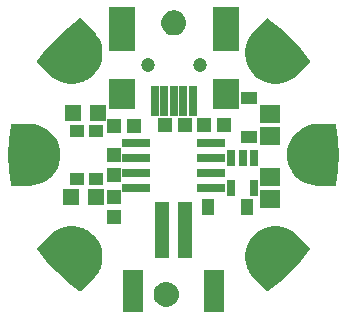
<source format=gbr>
G04 EAGLE Gerber RS-274X export*
G75*
%MOMM*%
%FSLAX34Y34*%
%LPD*%
%INSoldermask Top*%
%IPPOS*%
%AMOC8*
5,1,8,0,0,1.08239X$1,22.5*%
G01*
%ADD10R,1.303200X1.203200*%
%ADD11R,1.203200X1.303200*%
%ADD12R,0.753200X1.403200*%
%ADD13R,1.703200X1.503200*%
%ADD14C,2.743200*%
%ADD15R,2.403200X0.703200*%
%ADD16R,1.203200X1.103200*%
%ADD17R,1.403200X1.403200*%
%ADD18R,1.423200X1.113200*%
%ADD19R,1.113200X1.423200*%
%ADD20R,1.203200X4.803200*%
%ADD21R,1.803200X3.603200*%
%ADD22R,2.203200X2.603200*%
%ADD23R,0.703200X2.511200*%
%ADD24R,2.203200X3.703200*%
%ADD25C,1.203200*%

G36*
X-121900Y-26031D02*
X-121900Y-26031D01*
X-121875Y-26033D01*
X-118260Y-25774D01*
X-118223Y-25765D01*
X-118170Y-25761D01*
X-114629Y-24991D01*
X-114594Y-24976D01*
X-114542Y-24965D01*
X-111147Y-23699D01*
X-111114Y-23679D01*
X-111065Y-23661D01*
X-107884Y-21925D01*
X-107854Y-21901D01*
X-107808Y-21876D01*
X-104906Y-19704D01*
X-104880Y-19676D01*
X-104838Y-19645D01*
X-102276Y-17082D01*
X-102254Y-17051D01*
X-102216Y-17014D01*
X-100044Y-14112D01*
X-100027Y-14078D01*
X-99996Y-14036D01*
X-98259Y-10856D01*
X-98247Y-10819D01*
X-98221Y-10773D01*
X-96955Y-7378D01*
X-96948Y-7340D01*
X-96929Y-7291D01*
X-96159Y-3750D01*
X-96157Y-3712D01*
X-96146Y-3660D01*
X-95887Y-45D01*
X-95891Y-7D01*
X-95887Y45D01*
X-96146Y3660D01*
X-96155Y3697D01*
X-96159Y3750D01*
X-96929Y7291D01*
X-96944Y7326D01*
X-96955Y7378D01*
X-98221Y10773D01*
X-98241Y10806D01*
X-98259Y10856D01*
X-99996Y14036D01*
X-100019Y14066D01*
X-100044Y14112D01*
X-102216Y17014D01*
X-102244Y17040D01*
X-102276Y17082D01*
X-104838Y19645D01*
X-104869Y19666D01*
X-104906Y19704D01*
X-107808Y21876D01*
X-107842Y21893D01*
X-107884Y21925D01*
X-111065Y23661D01*
X-111101Y23673D01*
X-111147Y23699D01*
X-114542Y24965D01*
X-114580Y24972D01*
X-114629Y24991D01*
X-118170Y25761D01*
X-118208Y25763D01*
X-118260Y25774D01*
X-121875Y26033D01*
X-121895Y26031D01*
X-121920Y26034D01*
X-137160Y26034D01*
X-137184Y26030D01*
X-137208Y26032D01*
X-137294Y26010D01*
X-137381Y25995D01*
X-137402Y25982D01*
X-137426Y25976D01*
X-137498Y25925D01*
X-137574Y25880D01*
X-137589Y25862D01*
X-137610Y25847D01*
X-137660Y25775D01*
X-137715Y25706D01*
X-137723Y25683D01*
X-137737Y25663D01*
X-137777Y25525D01*
X-137787Y25494D01*
X-137787Y25489D01*
X-137789Y25483D01*
X-139454Y12831D01*
X-139453Y12807D01*
X-139459Y12776D01*
X-140016Y28D01*
X-140013Y3D01*
X-140016Y-28D01*
X-139459Y-12776D01*
X-139454Y-12800D01*
X-139454Y-12831D01*
X-137789Y-25483D01*
X-137781Y-25506D01*
X-137781Y-25531D01*
X-137748Y-25612D01*
X-137721Y-25697D01*
X-137706Y-25716D01*
X-137696Y-25738D01*
X-137637Y-25804D01*
X-137582Y-25873D01*
X-137562Y-25886D01*
X-137545Y-25904D01*
X-137466Y-25944D01*
X-137391Y-25991D01*
X-137367Y-25995D01*
X-137345Y-26007D01*
X-137203Y-26028D01*
X-137171Y-26034D01*
X-137166Y-26033D01*
X-137160Y-26034D01*
X-121920Y-26034D01*
X-121900Y-26031D01*
G37*
G36*
X137184Y-26030D02*
X137184Y-26030D01*
X137208Y-26032D01*
X137294Y-26010D01*
X137381Y-25995D01*
X137402Y-25982D01*
X137426Y-25976D01*
X137498Y-25925D01*
X137574Y-25880D01*
X137589Y-25862D01*
X137610Y-25847D01*
X137660Y-25775D01*
X137715Y-25706D01*
X137723Y-25683D01*
X137737Y-25663D01*
X137777Y-25525D01*
X137787Y-25494D01*
X137787Y-25489D01*
X137789Y-25483D01*
X139454Y-12831D01*
X139453Y-12811D01*
X139454Y-12809D01*
X139454Y-12803D01*
X139459Y-12776D01*
X140016Y-28D01*
X140013Y-3D01*
X140016Y28D01*
X139459Y12776D01*
X139454Y12800D01*
X139454Y12831D01*
X137789Y25483D01*
X137781Y25506D01*
X137781Y25531D01*
X137748Y25612D01*
X137721Y25697D01*
X137706Y25716D01*
X137696Y25738D01*
X137637Y25804D01*
X137582Y25873D01*
X137562Y25886D01*
X137545Y25904D01*
X137466Y25944D01*
X137391Y25991D01*
X137367Y25995D01*
X137345Y26007D01*
X137203Y26028D01*
X137171Y26034D01*
X137166Y26033D01*
X137160Y26034D01*
X121920Y26034D01*
X121900Y26031D01*
X121875Y26033D01*
X118260Y25774D01*
X118223Y25765D01*
X118170Y25761D01*
X114629Y24991D01*
X114594Y24976D01*
X114542Y24965D01*
X112039Y24032D01*
X111147Y23699D01*
X111114Y23679D01*
X111065Y23661D01*
X107884Y21925D01*
X107854Y21901D01*
X107808Y21876D01*
X104906Y19704D01*
X104880Y19676D01*
X104838Y19645D01*
X102276Y17082D01*
X102254Y17051D01*
X102216Y17014D01*
X100044Y14112D01*
X100027Y14078D01*
X99996Y14036D01*
X98259Y10856D01*
X98247Y10819D01*
X98221Y10773D01*
X96955Y7378D01*
X96948Y7340D01*
X96929Y7291D01*
X96159Y3750D01*
X96157Y3712D01*
X96146Y3660D01*
X95887Y45D01*
X95891Y7D01*
X95887Y-45D01*
X96146Y-3660D01*
X96155Y-3697D01*
X96159Y-3750D01*
X96929Y-7291D01*
X96944Y-7326D01*
X96955Y-7378D01*
X98221Y-10773D01*
X98241Y-10806D01*
X98259Y-10856D01*
X99996Y-14036D01*
X100019Y-14066D01*
X100044Y-14112D01*
X102216Y-17014D01*
X102244Y-17040D01*
X102276Y-17082D01*
X104838Y-19645D01*
X104869Y-19666D01*
X104906Y-19704D01*
X107808Y-21876D01*
X107842Y-21893D01*
X107884Y-21925D01*
X111065Y-23661D01*
X111101Y-23673D01*
X111147Y-23699D01*
X114542Y-24965D01*
X114580Y-24972D01*
X114629Y-24991D01*
X118170Y-25761D01*
X118208Y-25763D01*
X118260Y-25774D01*
X121875Y-26033D01*
X121895Y-26031D01*
X121920Y-26034D01*
X137160Y-26034D01*
X137184Y-26030D01*
G37*
G36*
X-84447Y60333D02*
X-84447Y60333D01*
X-84394Y60333D01*
X-80807Y60849D01*
X-80771Y60861D01*
X-80718Y60868D01*
X-77241Y61889D01*
X-77207Y61906D01*
X-77156Y61921D01*
X-73860Y63426D01*
X-73828Y63448D01*
X-73780Y63470D01*
X-70732Y65429D01*
X-70704Y65455D01*
X-70659Y65483D01*
X-67920Y67856D01*
X-67896Y67886D01*
X-67856Y67920D01*
X-65483Y70659D01*
X-65464Y70692D01*
X-65429Y70732D01*
X-63470Y73780D01*
X-63455Y73816D01*
X-63426Y73860D01*
X-61921Y77156D01*
X-61911Y77193D01*
X-61889Y77241D01*
X-60868Y80718D01*
X-60864Y80756D01*
X-60849Y80807D01*
X-60333Y84394D01*
X-60334Y84432D01*
X-60327Y84484D01*
X-60327Y88108D01*
X-60333Y88146D01*
X-60333Y88198D01*
X-60849Y91786D01*
X-60861Y91822D01*
X-60868Y91874D01*
X-61889Y95351D01*
X-61906Y95385D01*
X-61921Y95436D01*
X-63426Y98733D01*
X-63448Y98764D01*
X-63470Y98812D01*
X-65429Y101861D01*
X-65455Y101889D01*
X-65456Y101891D01*
X-65457Y101892D01*
X-65483Y101933D01*
X-67856Y104672D01*
X-67872Y104685D01*
X-67887Y104705D01*
X-78664Y115481D01*
X-78684Y115495D01*
X-78699Y115514D01*
X-78775Y115559D01*
X-78848Y115610D01*
X-78871Y115616D01*
X-78892Y115628D01*
X-78980Y115643D01*
X-79065Y115665D01*
X-79089Y115663D01*
X-79113Y115667D01*
X-79200Y115651D01*
X-79288Y115642D01*
X-79310Y115631D01*
X-79334Y115627D01*
X-79460Y115557D01*
X-79489Y115543D01*
X-79493Y115539D01*
X-79498Y115536D01*
X-89622Y107768D01*
X-89637Y107752D01*
X-89654Y107742D01*
X-89657Y107737D01*
X-89664Y107732D01*
X-99072Y99111D01*
X-99087Y99092D01*
X-99111Y99072D01*
X-107732Y89664D01*
X-107746Y89643D01*
X-107768Y89622D01*
X-115536Y79498D01*
X-115547Y79476D01*
X-115564Y79459D01*
X-115599Y79377D01*
X-115639Y79299D01*
X-115642Y79274D01*
X-115652Y79252D01*
X-115656Y79164D01*
X-115666Y79076D01*
X-115661Y79052D01*
X-115662Y79028D01*
X-115635Y78944D01*
X-115614Y78858D01*
X-115600Y78837D01*
X-115593Y78814D01*
X-115507Y78699D01*
X-115489Y78671D01*
X-115485Y78668D01*
X-115481Y78664D01*
X-104705Y67887D01*
X-104689Y67876D01*
X-104672Y67856D01*
X-101933Y65483D01*
X-101900Y65464D01*
X-101861Y65429D01*
X-98812Y63470D01*
X-98777Y63455D01*
X-98733Y63426D01*
X-95436Y61921D01*
X-95399Y61911D01*
X-95351Y61889D01*
X-91874Y60868D01*
X-91836Y60864D01*
X-91786Y60849D01*
X-88198Y60333D01*
X-88160Y60334D01*
X-88108Y60327D01*
X-84484Y60327D01*
X-84447Y60333D01*
G37*
G36*
X79200Y-115651D02*
X79200Y-115651D01*
X79288Y-115642D01*
X79310Y-115631D01*
X79334Y-115627D01*
X79460Y-115557D01*
X79489Y-115543D01*
X79493Y-115539D01*
X79498Y-115536D01*
X89622Y-107768D01*
X89638Y-107750D01*
X89664Y-107732D01*
X99072Y-99111D01*
X99087Y-99092D01*
X99111Y-99072D01*
X107732Y-89664D01*
X107746Y-89643D01*
X107768Y-89622D01*
X115536Y-79498D01*
X115547Y-79476D01*
X115564Y-79459D01*
X115599Y-79377D01*
X115639Y-79299D01*
X115642Y-79274D01*
X115652Y-79252D01*
X115656Y-79164D01*
X115666Y-79076D01*
X115661Y-79052D01*
X115662Y-79028D01*
X115635Y-78944D01*
X115614Y-78858D01*
X115600Y-78837D01*
X115593Y-78814D01*
X115507Y-78699D01*
X115489Y-78671D01*
X115485Y-78668D01*
X115481Y-78664D01*
X104705Y-67887D01*
X104689Y-67876D01*
X104672Y-67856D01*
X101933Y-65483D01*
X101900Y-65464D01*
X101861Y-65429D01*
X98812Y-63470D01*
X98777Y-63455D01*
X98733Y-63426D01*
X95436Y-61921D01*
X95399Y-61911D01*
X95351Y-61889D01*
X91874Y-60868D01*
X91836Y-60864D01*
X91786Y-60849D01*
X88198Y-60333D01*
X88160Y-60334D01*
X88108Y-60327D01*
X84484Y-60327D01*
X84447Y-60333D01*
X84394Y-60333D01*
X80807Y-60849D01*
X80771Y-60861D01*
X80718Y-60868D01*
X77241Y-61889D01*
X77207Y-61906D01*
X77156Y-61921D01*
X73860Y-63426D01*
X73828Y-63448D01*
X73780Y-63470D01*
X70732Y-65429D01*
X70704Y-65455D01*
X70659Y-65483D01*
X67920Y-67856D01*
X67896Y-67886D01*
X67856Y-67920D01*
X65483Y-70659D01*
X65464Y-70692D01*
X65429Y-70732D01*
X63470Y-73780D01*
X63455Y-73816D01*
X63426Y-73860D01*
X61921Y-77156D01*
X61911Y-77193D01*
X61889Y-77241D01*
X60868Y-80718D01*
X60864Y-80756D01*
X60849Y-80807D01*
X60333Y-84394D01*
X60334Y-84432D01*
X60327Y-84484D01*
X60327Y-88108D01*
X60333Y-88146D01*
X60333Y-88198D01*
X60849Y-91786D01*
X60861Y-91822D01*
X60868Y-91874D01*
X61889Y-95351D01*
X61906Y-95385D01*
X61921Y-95436D01*
X63426Y-98733D01*
X63448Y-98764D01*
X63470Y-98812D01*
X65429Y-101861D01*
X65455Y-101889D01*
X65483Y-101933D01*
X67856Y-104672D01*
X67872Y-104685D01*
X67887Y-104705D01*
X78664Y-115481D01*
X78684Y-115495D01*
X78699Y-115514D01*
X78775Y-115559D01*
X78848Y-115610D01*
X78871Y-115616D01*
X78892Y-115628D01*
X78980Y-115643D01*
X79065Y-115665D01*
X79089Y-115663D01*
X79113Y-115667D01*
X79200Y-115651D01*
G37*
G36*
X88146Y60333D02*
X88146Y60333D01*
X88198Y60333D01*
X91786Y60849D01*
X91822Y60861D01*
X91874Y60868D01*
X95351Y61889D01*
X95385Y61906D01*
X95436Y61921D01*
X98733Y63426D01*
X98764Y63448D01*
X98812Y63470D01*
X101861Y65429D01*
X101889Y65455D01*
X101933Y65483D01*
X104672Y67856D01*
X104685Y67872D01*
X104705Y67887D01*
X115481Y78664D01*
X115495Y78684D01*
X115514Y78699D01*
X115559Y78775D01*
X115610Y78848D01*
X115616Y78871D01*
X115628Y78892D01*
X115643Y78980D01*
X115665Y79065D01*
X115663Y79089D01*
X115667Y79113D01*
X115651Y79200D01*
X115642Y79288D01*
X115631Y79310D01*
X115627Y79334D01*
X115557Y79460D01*
X115543Y79489D01*
X115539Y79493D01*
X115536Y79498D01*
X107768Y89622D01*
X107750Y89638D01*
X107732Y89664D01*
X99111Y99072D01*
X99092Y99087D01*
X99072Y99111D01*
X89664Y107732D01*
X89643Y107746D01*
X89628Y107762D01*
X89625Y107765D01*
X89624Y107765D01*
X89622Y107768D01*
X88799Y108399D01*
X88799Y108400D01*
X87972Y109034D01*
X87146Y109668D01*
X86319Y110302D01*
X85493Y110936D01*
X84666Y111571D01*
X83840Y112205D01*
X83839Y112205D01*
X83013Y112839D01*
X82186Y113473D01*
X81360Y114108D01*
X80533Y114742D01*
X79707Y115376D01*
X79498Y115536D01*
X79476Y115547D01*
X79459Y115564D01*
X79377Y115599D01*
X79299Y115639D01*
X79274Y115642D01*
X79252Y115652D01*
X79164Y115656D01*
X79076Y115666D01*
X79052Y115661D01*
X79028Y115662D01*
X78944Y115635D01*
X78858Y115614D01*
X78837Y115600D01*
X78814Y115593D01*
X78699Y115507D01*
X78671Y115489D01*
X78668Y115485D01*
X78664Y115481D01*
X67887Y104705D01*
X67876Y104689D01*
X67856Y104672D01*
X65483Y101933D01*
X65464Y101900D01*
X65429Y101861D01*
X63470Y98812D01*
X63455Y98777D01*
X63426Y98733D01*
X61921Y95436D01*
X61911Y95399D01*
X61889Y95351D01*
X60868Y91874D01*
X60864Y91836D01*
X60849Y91786D01*
X60333Y88198D01*
X60334Y88160D01*
X60327Y88108D01*
X60327Y84484D01*
X60333Y84447D01*
X60333Y84394D01*
X60849Y80807D01*
X60861Y80771D01*
X60868Y80718D01*
X61889Y77241D01*
X61906Y77207D01*
X61921Y77156D01*
X63426Y73860D01*
X63448Y73828D01*
X63470Y73780D01*
X65429Y70732D01*
X65455Y70704D01*
X65483Y70659D01*
X67856Y67920D01*
X67886Y67896D01*
X67920Y67856D01*
X70659Y65483D01*
X70692Y65464D01*
X70732Y65429D01*
X73780Y63470D01*
X73816Y63455D01*
X73860Y63426D01*
X77156Y61921D01*
X77193Y61911D01*
X77241Y61889D01*
X80718Y60868D01*
X80756Y60864D01*
X80807Y60849D01*
X84394Y60333D01*
X84432Y60334D01*
X84484Y60327D01*
X88108Y60327D01*
X88146Y60333D01*
G37*
G36*
X-79052Y-115661D02*
X-79052Y-115661D01*
X-79028Y-115662D01*
X-78944Y-115635D01*
X-78858Y-115614D01*
X-78837Y-115600D01*
X-78814Y-115593D01*
X-78699Y-115507D01*
X-78671Y-115489D01*
X-78668Y-115485D01*
X-78664Y-115481D01*
X-67887Y-104705D01*
X-67876Y-104689D01*
X-67856Y-104672D01*
X-65483Y-101933D01*
X-65464Y-101900D01*
X-65429Y-101861D01*
X-63470Y-98812D01*
X-63455Y-98777D01*
X-63426Y-98733D01*
X-61921Y-95436D01*
X-61911Y-95399D01*
X-61889Y-95351D01*
X-60868Y-91874D01*
X-60864Y-91836D01*
X-60849Y-91786D01*
X-60333Y-88198D01*
X-60334Y-88160D01*
X-60327Y-88108D01*
X-60327Y-84484D01*
X-60333Y-84447D01*
X-60333Y-84394D01*
X-60849Y-80807D01*
X-60861Y-80771D01*
X-60868Y-80718D01*
X-61889Y-77241D01*
X-61906Y-77207D01*
X-61921Y-77156D01*
X-63426Y-73860D01*
X-63448Y-73828D01*
X-63470Y-73780D01*
X-65429Y-70732D01*
X-65455Y-70704D01*
X-65483Y-70659D01*
X-67856Y-67920D01*
X-67886Y-67896D01*
X-67920Y-67856D01*
X-70659Y-65483D01*
X-70692Y-65464D01*
X-70732Y-65429D01*
X-73780Y-63470D01*
X-73816Y-63455D01*
X-73860Y-63426D01*
X-77156Y-61921D01*
X-77193Y-61911D01*
X-77241Y-61889D01*
X-80718Y-60868D01*
X-80756Y-60864D01*
X-80807Y-60849D01*
X-84394Y-60333D01*
X-84432Y-60334D01*
X-84484Y-60327D01*
X-88108Y-60327D01*
X-88146Y-60333D01*
X-88198Y-60333D01*
X-91786Y-60849D01*
X-91822Y-60861D01*
X-91874Y-60868D01*
X-95351Y-61889D01*
X-95385Y-61906D01*
X-95436Y-61921D01*
X-98733Y-63426D01*
X-98764Y-63448D01*
X-98812Y-63470D01*
X-101861Y-65429D01*
X-101889Y-65455D01*
X-101933Y-65483D01*
X-104672Y-67856D01*
X-104685Y-67872D01*
X-104705Y-67887D01*
X-115481Y-78664D01*
X-115495Y-78684D01*
X-115514Y-78699D01*
X-115559Y-78775D01*
X-115610Y-78848D01*
X-115616Y-78871D01*
X-115628Y-78892D01*
X-115643Y-78980D01*
X-115665Y-79065D01*
X-115663Y-79089D01*
X-115667Y-79113D01*
X-115651Y-79200D01*
X-115642Y-79288D01*
X-115631Y-79310D01*
X-115627Y-79334D01*
X-115557Y-79460D01*
X-115543Y-79489D01*
X-115539Y-79493D01*
X-115536Y-79498D01*
X-107768Y-89622D01*
X-107750Y-89638D01*
X-107732Y-89664D01*
X-99111Y-99072D01*
X-99092Y-99087D01*
X-99072Y-99111D01*
X-89664Y-107732D01*
X-89643Y-107746D01*
X-89622Y-107768D01*
X-89416Y-107926D01*
X-88589Y-108560D01*
X-87763Y-109194D01*
X-87763Y-109195D01*
X-86936Y-109829D01*
X-86110Y-110463D01*
X-86109Y-110463D01*
X-85283Y-111097D01*
X-84456Y-111731D01*
X-84456Y-111732D01*
X-83630Y-112366D01*
X-82803Y-113000D01*
X-81977Y-113634D01*
X-81150Y-114268D01*
X-81150Y-114269D01*
X-80324Y-114903D01*
X-80323Y-114903D01*
X-79498Y-115536D01*
X-79476Y-115547D01*
X-79459Y-115564D01*
X-79377Y-115599D01*
X-79299Y-115639D01*
X-79274Y-115642D01*
X-79252Y-115652D01*
X-79164Y-115656D01*
X-79076Y-115666D01*
X-79052Y-115661D01*
G37*
G36*
X1792Y101280D02*
X1792Y101280D01*
X1835Y101292D01*
X1901Y101299D01*
X3584Y101750D01*
X3625Y101769D01*
X3688Y101788D01*
X5268Y102525D01*
X5305Y102551D01*
X5364Y102580D01*
X6792Y103580D01*
X6823Y103612D01*
X6876Y103651D01*
X8109Y104884D01*
X8134Y104920D01*
X8180Y104968D01*
X9180Y106396D01*
X9198Y106437D01*
X9235Y106492D01*
X9972Y108072D01*
X9983Y108115D01*
X10010Y108176D01*
X10461Y109859D01*
X10463Y109891D01*
X10470Y109912D01*
X10470Y109927D01*
X10480Y109968D01*
X10632Y111705D01*
X10628Y111749D01*
X10632Y111815D01*
X10480Y113552D01*
X10468Y113595D01*
X10461Y113661D01*
X10010Y115344D01*
X9991Y115385D01*
X9972Y115448D01*
X9235Y117028D01*
X9209Y117065D01*
X9180Y117124D01*
X8180Y118552D01*
X8148Y118583D01*
X8109Y118636D01*
X6876Y119869D01*
X6840Y119894D01*
X6792Y119940D01*
X5364Y120940D01*
X5323Y120958D01*
X5268Y120995D01*
X3688Y121732D01*
X3645Y121743D01*
X3584Y121770D01*
X1901Y122221D01*
X1856Y122224D01*
X1792Y122240D01*
X55Y122392D01*
X11Y122388D01*
X-55Y122392D01*
X-1792Y122240D01*
X-1835Y122228D01*
X-1901Y122221D01*
X-3584Y121770D01*
X-3625Y121751D01*
X-3688Y121732D01*
X-5268Y120995D01*
X-5305Y120969D01*
X-5364Y120940D01*
X-6792Y119940D01*
X-6823Y119908D01*
X-6876Y119869D01*
X-8109Y118636D01*
X-8134Y118600D01*
X-8180Y118552D01*
X-9180Y117124D01*
X-9198Y117083D01*
X-9235Y117028D01*
X-9972Y115448D01*
X-9983Y115405D01*
X-10010Y115344D01*
X-10461Y113661D01*
X-10464Y113616D01*
X-10480Y113552D01*
X-10632Y111815D01*
X-10628Y111771D01*
X-10632Y111705D01*
X-10480Y109968D01*
X-10468Y109925D01*
X-10464Y109891D01*
X-10464Y109875D01*
X-10462Y109870D01*
X-10461Y109859D01*
X-10010Y108176D01*
X-9991Y108135D01*
X-9972Y108072D01*
X-9235Y106492D01*
X-9209Y106455D01*
X-9180Y106396D01*
X-8180Y104968D01*
X-8148Y104937D01*
X-8109Y104884D01*
X-6876Y103651D01*
X-6840Y103626D01*
X-6792Y103580D01*
X-5364Y102580D01*
X-5323Y102562D01*
X-5268Y102525D01*
X-3688Y101788D01*
X-3645Y101777D01*
X-3584Y101750D01*
X-1901Y101299D01*
X-1856Y101296D01*
X-1792Y101280D01*
X-55Y101128D01*
X-11Y101132D01*
X55Y101128D01*
X1792Y101280D01*
G37*
G36*
X-4558Y-128590D02*
X-4558Y-128590D01*
X-4515Y-128578D01*
X-4449Y-128571D01*
X-2766Y-128120D01*
X-2725Y-128101D01*
X-2662Y-128082D01*
X-1082Y-127345D01*
X-1045Y-127319D01*
X-986Y-127290D01*
X442Y-126290D01*
X473Y-126258D01*
X526Y-126219D01*
X1759Y-124986D01*
X1784Y-124950D01*
X1830Y-124902D01*
X2830Y-123474D01*
X2848Y-123433D01*
X2885Y-123378D01*
X3622Y-121798D01*
X3633Y-121755D01*
X3660Y-121694D01*
X4111Y-120011D01*
X4113Y-119979D01*
X4120Y-119958D01*
X4120Y-119943D01*
X4130Y-119902D01*
X4282Y-118165D01*
X4278Y-118121D01*
X4282Y-118055D01*
X4130Y-116318D01*
X4118Y-116275D01*
X4111Y-116209D01*
X3660Y-114526D01*
X3641Y-114485D01*
X3622Y-114422D01*
X2885Y-112842D01*
X2859Y-112805D01*
X2830Y-112746D01*
X1830Y-111318D01*
X1798Y-111287D01*
X1759Y-111234D01*
X526Y-110001D01*
X490Y-109976D01*
X442Y-109930D01*
X-986Y-108930D01*
X-1027Y-108912D01*
X-1082Y-108875D01*
X-2662Y-108138D01*
X-2705Y-108127D01*
X-2766Y-108100D01*
X-4449Y-107649D01*
X-4494Y-107646D01*
X-4558Y-107630D01*
X-6295Y-107478D01*
X-6339Y-107482D01*
X-6405Y-107478D01*
X-8142Y-107630D01*
X-8185Y-107642D01*
X-8251Y-107649D01*
X-9934Y-108100D01*
X-9975Y-108119D01*
X-10038Y-108138D01*
X-11618Y-108875D01*
X-11655Y-108901D01*
X-11714Y-108930D01*
X-13142Y-109930D01*
X-13173Y-109962D01*
X-13226Y-110001D01*
X-14459Y-111234D01*
X-14484Y-111270D01*
X-14530Y-111318D01*
X-15530Y-112746D01*
X-15548Y-112787D01*
X-15585Y-112842D01*
X-16322Y-114422D01*
X-16333Y-114465D01*
X-16360Y-114526D01*
X-16811Y-116209D01*
X-16814Y-116254D01*
X-16830Y-116318D01*
X-16982Y-118055D01*
X-16978Y-118099D01*
X-16982Y-118165D01*
X-16830Y-119902D01*
X-16818Y-119945D01*
X-16814Y-119979D01*
X-16814Y-119995D01*
X-16812Y-120000D01*
X-16811Y-120011D01*
X-16360Y-121694D01*
X-16341Y-121735D01*
X-16322Y-121798D01*
X-15585Y-123378D01*
X-15559Y-123415D01*
X-15530Y-123474D01*
X-14530Y-124902D01*
X-14498Y-124933D01*
X-14459Y-124986D01*
X-13226Y-126219D01*
X-13190Y-126244D01*
X-13142Y-126290D01*
X-11714Y-127290D01*
X-11673Y-127308D01*
X-11618Y-127345D01*
X-10038Y-128082D01*
X-9995Y-128093D01*
X-9934Y-128120D01*
X-8251Y-128571D01*
X-8206Y-128574D01*
X-8142Y-128590D01*
X-6405Y-128742D01*
X-6361Y-128738D01*
X-6295Y-128742D01*
X-4558Y-128590D01*
G37*
D10*
X9770Y25400D03*
X-7230Y25400D03*
D11*
X-50800Y-390D03*
X-50800Y-17390D03*
D12*
X67920Y-2240D03*
X58420Y-2240D03*
X48920Y-2240D03*
X48920Y-28240D03*
X67920Y-28240D03*
D13*
X81280Y-37440D03*
X81280Y-18440D03*
D14*
X80010Y-80010D03*
X-113030Y0D03*
X-80010Y-80010D03*
D15*
X-31540Y10160D03*
X-31540Y-2440D03*
X-31540Y-15140D03*
X-31540Y-27840D03*
X31540Y10160D03*
X31540Y-2540D03*
X31540Y-15240D03*
X31540Y-27940D03*
D14*
X-80010Y80010D03*
X80010Y80010D03*
X113030Y0D03*
D10*
X25790Y25400D03*
X42790Y25400D03*
D16*
X-65660Y-20500D03*
X-81660Y-20500D03*
X-81660Y20500D03*
X-65660Y20500D03*
D10*
X-50410Y24130D03*
X-33410Y24130D03*
D17*
X-85430Y35560D03*
X-64430Y35560D03*
D18*
X63500Y15375D03*
X63500Y48125D03*
D19*
X62095Y-44450D03*
X29345Y-44450D03*
D20*
X10000Y-63330D03*
X-10000Y-63330D03*
D21*
X34000Y-115330D03*
X-34000Y-115330D03*
D13*
X81280Y15900D03*
X81280Y34900D03*
D11*
X-50800Y-35950D03*
X-50800Y-52950D03*
D17*
X-86700Y-35560D03*
X-65700Y-35560D03*
D22*
X44000Y51360D03*
D23*
X16000Y45720D03*
X8000Y45720D03*
X0Y45720D03*
X-8000Y45720D03*
X-16000Y45720D03*
D24*
X44000Y106360D03*
D22*
X-44000Y51360D03*
D24*
X-44000Y106360D03*
D25*
X22000Y76360D03*
X-22000Y76360D03*
M02*

</source>
